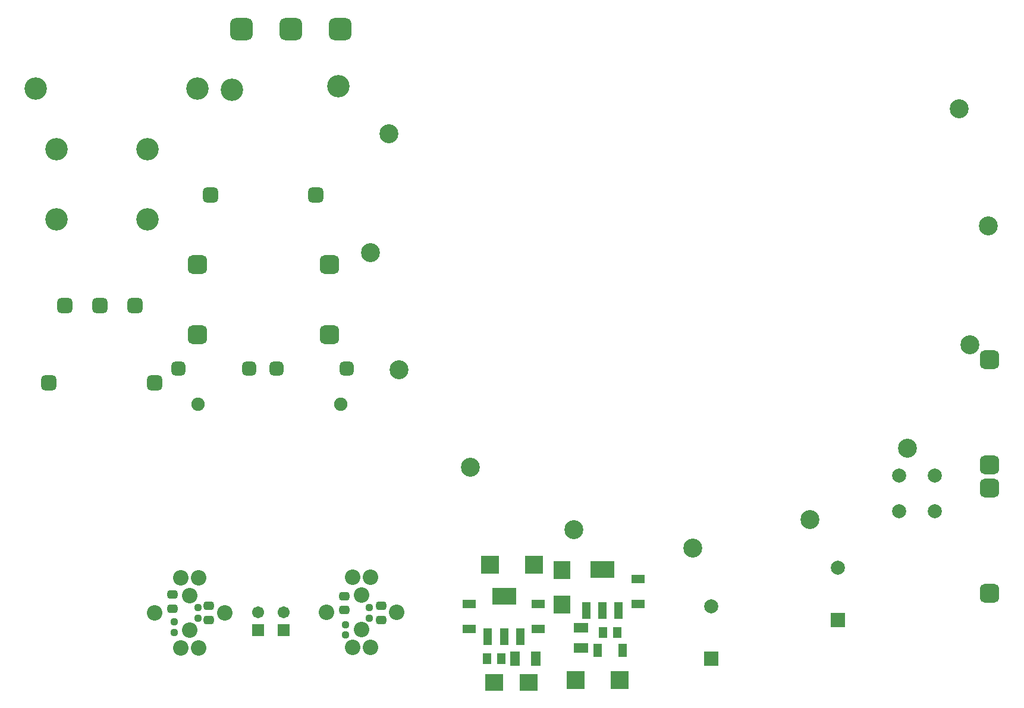
<source format=gts>
G04*
G04 #@! TF.GenerationSoftware,Altium Limited,Altium Designer,22.4.2 (48)*
G04*
G04 Layer_Color=8388736*
%FSLAX25Y25*%
%MOIN*%
G70*
G04*
G04 #@! TF.SameCoordinates,1553F913-36A2-4817-89BD-39564314B52C*
G04*
G04*
G04 #@! TF.FilePolarity,Negative*
G04*
G01*
G75*
G04:AMPARAMS|DCode=17|XSize=47.37mil|YSize=57.21mil|CornerRadius=13.84mil|HoleSize=0mil|Usage=FLASHONLY|Rotation=90.000|XOffset=0mil|YOffset=0mil|HoleType=Round|Shape=RoundedRectangle|*
%AMROUNDEDRECTD17*
21,1,0.04737,0.02953,0,0,90.0*
21,1,0.01968,0.05721,0,0,90.0*
1,1,0.02769,0.01476,0.00984*
1,1,0.02769,0.01476,-0.00984*
1,1,0.02769,-0.01476,-0.00984*
1,1,0.02769,-0.01476,0.00984*
%
%ADD17ROUNDEDRECTD17*%
G04:AMPARAMS|DCode=18|XSize=39.5mil|YSize=37.53mil|CornerRadius=11.38mil|HoleSize=0mil|Usage=FLASHONLY|Rotation=90.000|XOffset=0mil|YOffset=0mil|HoleType=Round|Shape=RoundedRectangle|*
%AMROUNDEDRECTD18*
21,1,0.03950,0.01476,0,0,90.0*
21,1,0.01673,0.03753,0,0,90.0*
1,1,0.02276,0.00738,0.00837*
1,1,0.02276,0.00738,-0.00837*
1,1,0.02276,-0.00738,-0.00837*
1,1,0.02276,-0.00738,0.00837*
%
%ADD18ROUNDEDRECTD18*%
%ADD19R,0.10052X0.10446*%
%ADD20R,0.04540X0.09265*%
%ADD21R,0.13595X0.09265*%
%ADD22R,0.04540X0.06312*%
%ADD23R,0.04737X0.07690*%
%ADD24R,0.07887X0.05328*%
%ADD25R,0.07690X0.04737*%
%ADD26R,0.05328X0.07887*%
%ADD27R,0.09658X0.10052*%
%ADD28R,0.10052X0.09658*%
G04:AMPARAMS|DCode=29|XSize=86.74mil|YSize=86.74mil|CornerRadius=23.68mil|HoleSize=0mil|Usage=FLASHONLY|Rotation=0.000|XOffset=0mil|YOffset=0mil|HoleType=Round|Shape=RoundedRectangle|*
%AMROUNDEDRECTD29*
21,1,0.08674,0.03937,0,0,0.0*
21,1,0.03937,0.08674,0,0,0.0*
1,1,0.04737,0.01968,-0.01968*
1,1,0.04737,-0.01968,-0.01968*
1,1,0.04737,-0.01968,0.01968*
1,1,0.04737,0.01968,0.01968*
%
%ADD29ROUNDEDRECTD29*%
G04:AMPARAMS|DCode=30|XSize=106.42mil|YSize=106.42mil|CornerRadius=28.61mil|HoleSize=0mil|Usage=FLASHONLY|Rotation=90.000|XOffset=0mil|YOffset=0mil|HoleType=Round|Shape=RoundedRectangle|*
%AMROUNDEDRECTD30*
21,1,0.10642,0.04921,0,0,90.0*
21,1,0.04921,0.10642,0,0,90.0*
1,1,0.05721,0.02461,0.02461*
1,1,0.05721,0.02461,-0.02461*
1,1,0.05721,-0.02461,-0.02461*
1,1,0.05721,-0.02461,0.02461*
%
%ADD30ROUNDEDRECTD30*%
%ADD31R,0.07887X0.07887*%
%ADD32C,0.07887*%
%ADD33C,0.10642*%
G04:AMPARAMS|DCode=34|XSize=78.87mil|YSize=78.87mil|CornerRadius=21.72mil|HoleSize=0mil|Usage=FLASHONLY|Rotation=0.000|XOffset=0mil|YOffset=0mil|HoleType=Round|Shape=RoundedRectangle|*
%AMROUNDEDRECTD34*
21,1,0.07887,0.03543,0,0,0.0*
21,1,0.03543,0.07887,0,0,0.0*
1,1,0.04343,0.01772,-0.01772*
1,1,0.04343,-0.01772,-0.01772*
1,1,0.04343,-0.01772,0.01772*
1,1,0.04343,0.01772,0.01772*
%
%ADD34ROUNDEDRECTD34*%
G04:AMPARAMS|DCode=35|XSize=106.42mil|YSize=106.42mil|CornerRadius=28.61mil|HoleSize=0mil|Usage=FLASHONLY|Rotation=0.000|XOffset=0mil|YOffset=0mil|HoleType=Round|Shape=RoundedRectangle|*
%AMROUNDEDRECTD35*
21,1,0.10642,0.04921,0,0,0.0*
21,1,0.04921,0.10642,0,0,0.0*
1,1,0.05721,0.02461,-0.02461*
1,1,0.05721,-0.02461,-0.02461*
1,1,0.05721,-0.02461,0.02461*
1,1,0.05721,0.02461,0.02461*
%
%ADD35ROUNDEDRECTD35*%
%ADD36C,0.08674*%
%ADD37C,0.12611*%
%ADD38R,0.06706X0.06706*%
%ADD39C,0.06706*%
G04:AMPARAMS|DCode=40|XSize=126.11mil|YSize=126.11mil|CornerRadius=33.53mil|HoleSize=0mil|Usage=FLASHONLY|Rotation=0.000|XOffset=0mil|YOffset=0mil|HoleType=Round|Shape=RoundedRectangle|*
%AMROUNDEDRECTD40*
21,1,0.12611,0.05906,0,0,0.0*
21,1,0.05906,0.12611,0,0,0.0*
1,1,0.06706,0.02953,-0.02953*
1,1,0.06706,-0.02953,-0.02953*
1,1,0.06706,-0.02953,0.02953*
1,1,0.06706,0.02953,0.02953*
%
%ADD40ROUNDEDRECTD40*%
%ADD41C,0.07493*%
D17*
X-72500Y-167563D02*
D03*
Y-175437D02*
D03*
X-93000Y-169937D02*
D03*
Y-162063D02*
D03*
X-169000Y-167563D02*
D03*
Y-175437D02*
D03*
X-189500Y-169000D02*
D03*
Y-161126D02*
D03*
D18*
X-79000Y-168500D02*
D03*
Y-174406D02*
D03*
X-92500Y-183953D02*
D03*
Y-178047D02*
D03*
X-188500Y-182453D02*
D03*
Y-176547D02*
D03*
X-175000Y-168547D02*
D03*
Y-174453D02*
D03*
D19*
X-11205Y-144500D02*
D03*
X13205D02*
D03*
X36795Y-209000D02*
D03*
X61205D02*
D03*
D20*
X42500Y-170000D02*
D03*
X51555D02*
D03*
X60610D02*
D03*
X-12555Y-184917D02*
D03*
X-3500D02*
D03*
X5555D02*
D03*
D21*
X51555Y-147165D02*
D03*
X-3500Y-162083D02*
D03*
D22*
X52000Y-182500D02*
D03*
X59874D02*
D03*
X-5063Y-197000D02*
D03*
X-12937D02*
D03*
D23*
X62890Y-192500D02*
D03*
X49110D02*
D03*
D24*
X39500Y-191209D02*
D03*
Y-179791D02*
D03*
D25*
X71500Y-152610D02*
D03*
Y-166390D02*
D03*
X-23000Y-180390D02*
D03*
Y-166610D02*
D03*
X15500Y-166610D02*
D03*
Y-180390D02*
D03*
D26*
X2791Y-197000D02*
D03*
X14209D02*
D03*
D27*
X29000Y-147354D02*
D03*
Y-166646D02*
D03*
D28*
X-9146Y-210500D02*
D03*
X10146D02*
D03*
D29*
X-249685Y933D02*
D03*
X-230000D02*
D03*
X-210315D02*
D03*
X-199500Y-42500D02*
D03*
X-258555D02*
D03*
X-108945Y63000D02*
D03*
X-168000D02*
D03*
D30*
X268500Y-160500D02*
D03*
Y-101445D02*
D03*
Y-29445D02*
D03*
Y-88500D02*
D03*
D31*
X112500Y-197264D02*
D03*
X183500Y-175500D02*
D03*
D32*
X112500Y-167736D02*
D03*
X218000Y-94500D02*
D03*
X238000D02*
D03*
Y-114500D02*
D03*
X218000D02*
D03*
X183500Y-145972D02*
D03*
D33*
X251781Y111241D02*
D03*
X267846Y45588D02*
D03*
X257564Y-21216D02*
D03*
X222500Y-79000D02*
D03*
X167992Y-118967D02*
D03*
X102339Y-135032D02*
D03*
X35535Y-124750D02*
D03*
X-22249Y-89686D02*
D03*
X-62216Y-35178D02*
D03*
X-78281Y30475D02*
D03*
X-67999Y97279D02*
D03*
D34*
X-131000Y-34500D02*
D03*
X-91630D02*
D03*
X-146500D02*
D03*
X-185870D02*
D03*
D35*
X-175319Y23870D02*
D03*
Y-15500D02*
D03*
X-101500D02*
D03*
Y23870D02*
D03*
D36*
X-88500Y-151500D02*
D03*
X-78500D02*
D03*
X-83500Y-161500D02*
D03*
X-88500Y-190870D02*
D03*
X-78500D02*
D03*
X-83500Y-180870D02*
D03*
X-103185Y-171185D02*
D03*
X-63815D02*
D03*
X-184685Y-151815D02*
D03*
X-174685D02*
D03*
X-179685Y-161815D02*
D03*
X-184685Y-191185D02*
D03*
X-174685D02*
D03*
X-179685Y-181185D02*
D03*
X-199370Y-171500D02*
D03*
X-160000D02*
D03*
D37*
X-156000Y122000D02*
D03*
X-266051Y122500D02*
D03*
X-175500D02*
D03*
X-203319Y88500D02*
D03*
Y49130D02*
D03*
X-254500Y88500D02*
D03*
Y49130D02*
D03*
X-96500Y124000D02*
D03*
D38*
X-141500Y-181000D02*
D03*
X-127000D02*
D03*
D39*
X-141500Y-171000D02*
D03*
X-127000D02*
D03*
D40*
X-123000Y156000D02*
D03*
X-95441D02*
D03*
X-150559D02*
D03*
D41*
X-175000Y-54500D02*
D03*
X-95000D02*
D03*
M02*

</source>
